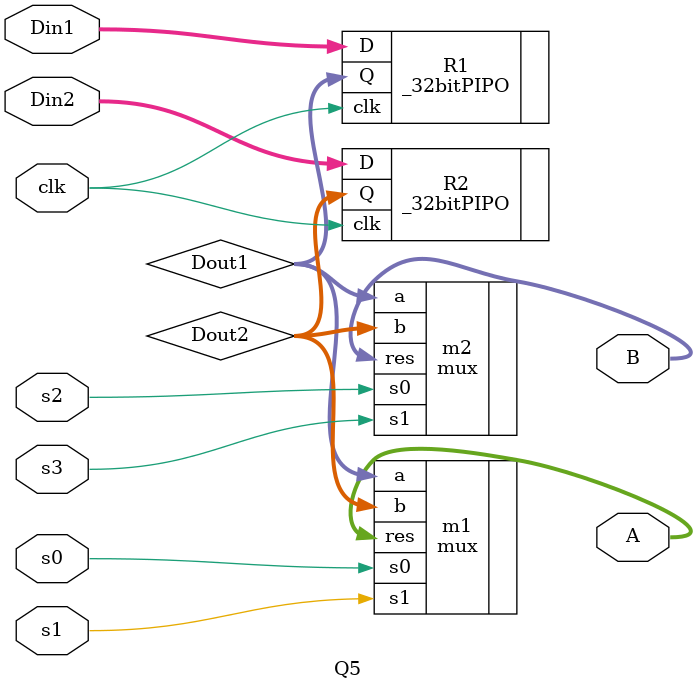
<source format=v>
module Q5(Din1,Din2,A,B,clk,s0,s1,s2,s3);
input [31:0]Din1;
input [31:0]Din2;
input clk;
input s0,s1,s2,s3;
wire [31:0]Dout1;
wire [31:0]Dout2;
output[31:0] A;
output[31:0] B;
_32bitPIPO R1(.D(Din1),.Q(Dout1),.clk(clk));
_32bitPIPO R2(.D(Din2),.Q(Dout2),.clk(clk));
mux m1(.res(A),.a(Dout1),.b(Dout2),.s0(s0),.s1(s1));
mux m2(.res(B),.a(Dout1),.b(Dout2),.s0(s2),.s1(s3));

endmodule
</source>
